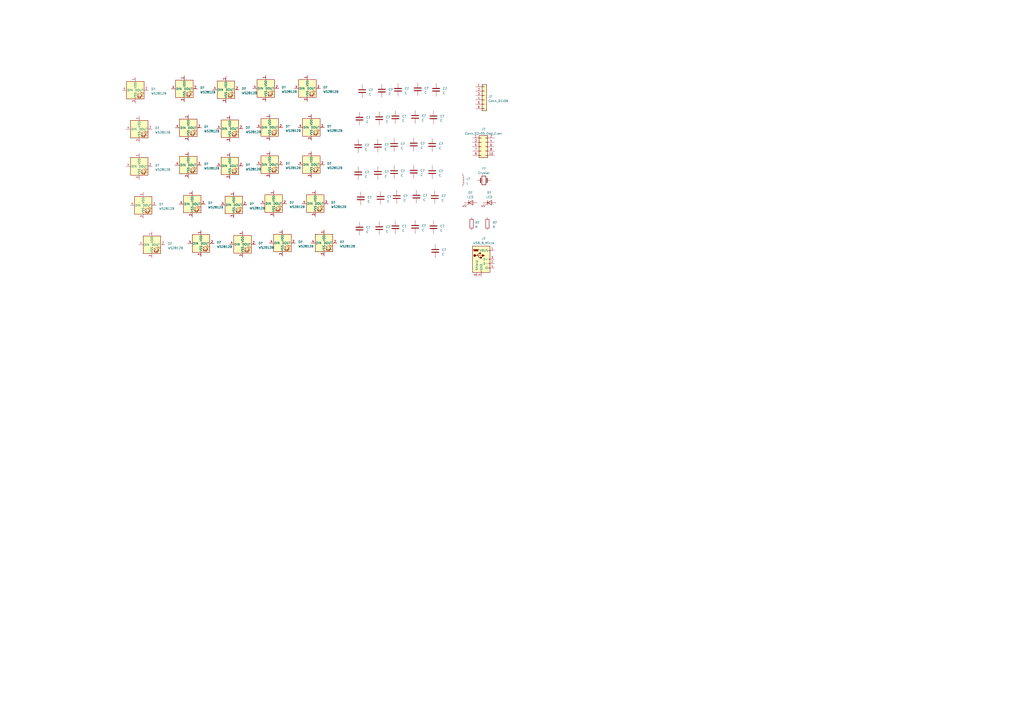
<source format=kicad_sch>
(kicad_sch (version 20210406) (generator eeschema)
  (paper "A2")
  (lib_symbols
    (symbol "Connector:USB_B_Micro" (pin_names (offset 1.016))
      (property "Reference" "J" (at -5.08 11.43 0))
      (property "Value" "USB_B_Micro" (at -5.08 8.89 0))
      (symbol "USB_B_Micro_0_1"
        (circle (center -3.81 2.159) (radius 0.635) (stroke (width 0.254)) (fill (type outline)))
        (circle (center -0.635 3.429) (radius 0.381) (stroke (width 0.254)) (fill (type outline)))
        (rectangle (start -0.127 -7.62) (end 0.127 -6.858))
        (rectangle (start 5.08 -5.207) (end 4.318 -4.953))
        (rectangle (start 5.08 -2.667) (end 4.318 -2.413))
        (rectangle (start 5.08 -0.127) (end 4.318 0.127))
        (rectangle (start 5.08 4.953) (end 4.318 5.207))
        (rectangle (start 0.254 1.27) (end -0.508 0.508) (stroke (width 0.254)) (fill (type outline)))
        (rectangle (start -5.08 -7.62) (end 5.08 7.62) (stroke (width 0.254)) (fill (type background)))
        (polyline (pts (xy -1.905 2.159) (xy 0.635 2.159)) (stroke (width 0.254)))
        (polyline (pts (xy -3.175 2.159) (xy -2.54 2.159) (xy -1.27 3.429) (xy -0.635 3.429)) (stroke (width 0.254)))
        (polyline (pts (xy -2.54 2.159) (xy -1.905 2.159) (xy -1.27 0.889) (xy 0 0.889)) (stroke (width 0.254)))
        (polyline (pts (xy -4.699 5.842) (xy -4.699 5.588) (xy -4.445 4.826) (xy -4.445 4.572) (xy -1.651 4.572) (xy -1.651 4.826) (xy -1.397 5.588) (xy -1.397 5.842) (xy -4.699 5.842)))
        (polyline (pts (xy 0.635 2.794) (xy 0.635 1.524) (xy 1.905 2.159) (xy 0.635 2.794)) (stroke (width 0.254)) (fill (type outline)))
        (polyline (pts (xy -4.318 5.588) (xy -1.778 5.588) (xy -2.032 4.826) (xy -4.064 4.826) (xy -4.318 5.588)) (fill (type outline)))
      )
      (symbol "USB_B_Micro_1_1"
        (pin power_out line (at 7.62 5.08 180) (length 2.54) (name "VBUS") (number "1"))
        (pin bidirectional line (at 7.62 -2.54 180) (length 2.54) (name "D-") (number "2"))
        (pin bidirectional line (at 7.62 0 180) (length 2.54) (name "D+") (number "3"))
        (pin passive line (at 7.62 -5.08 180) (length 2.54) (name "ID") (number "4"))
        (pin power_out line (at 0 -10.16 90) (length 2.54) (name "GND") (number "5"))
        (pin passive line (at -2.54 -10.16 90) (length 2.54) (name "Shield") (number "6"))
      )
    )
    (symbol "Connector_Generic:Conn_01x06" (pin_names (offset 1.016) hide)
      (property "Reference" "J" (at 0 7.62 0))
      (property "Value" "Conn_01x06" (at 0 -10.16 0))
      (symbol "Conn_01x06_1_1"
        (rectangle (start -1.27 -7.493) (end 0 -7.747) (stroke (width 0.1524)))
        (rectangle (start -1.27 -4.953) (end 0 -5.207) (stroke (width 0.1524)))
        (rectangle (start -1.27 -2.413) (end 0 -2.667) (stroke (width 0.1524)))
        (rectangle (start -1.27 0.127) (end 0 -0.127) (stroke (width 0.1524)))
        (rectangle (start -1.27 2.667) (end 0 2.413) (stroke (width 0.1524)))
        (rectangle (start -1.27 5.207) (end 0 4.953) (stroke (width 0.1524)))
        (rectangle (start -1.27 6.35) (end 1.27 -8.89) (stroke (width 0.254)) (fill (type background)))
        (pin passive line (at -5.08 5.08 0) (length 3.81) (name "Pin_1") (number "1"))
        (pin passive line (at -5.08 2.54 0) (length 3.81) (name "Pin_2") (number "2"))
        (pin passive line (at -5.08 0 0) (length 3.81) (name "Pin_3") (number "3"))
        (pin passive line (at -5.08 -2.54 0) (length 3.81) (name "Pin_4") (number "4"))
        (pin passive line (at -5.08 -5.08 0) (length 3.81) (name "Pin_5") (number "5"))
        (pin passive line (at -5.08 -7.62 0) (length 3.81) (name "Pin_6") (number "6"))
      )
    )
    (symbol "Connector_Generic:Conn_02x05_Odd_Even" (pin_names (offset 1.016) hide)
      (property "Reference" "J" (at 1.27 7.62 0))
      (property "Value" "Conn_02x05_Odd_Even" (at 1.27 -7.62 0))
      (symbol "Conn_02x05_Odd_Even_1_1"
        (rectangle (start -1.27 -4.953) (end 0 -5.207) (stroke (width 0.1524)))
        (rectangle (start -1.27 -2.413) (end 0 -2.667) (stroke (width 0.1524)))
        (rectangle (start -1.27 0.127) (end 0 -0.127) (stroke (width 0.1524)))
        (rectangle (start -1.27 2.667) (end 0 2.413) (stroke (width 0.1524)))
        (rectangle (start -1.27 5.207) (end 0 4.953) (stroke (width 0.1524)))
        (rectangle (start 3.81 -4.953) (end 2.54 -5.207) (stroke (width 0.1524)))
        (rectangle (start 3.81 -2.413) (end 2.54 -2.667) (stroke (width 0.1524)))
        (rectangle (start 3.81 0.127) (end 2.54 -0.127) (stroke (width 0.1524)))
        (rectangle (start 3.81 2.667) (end 2.54 2.413) (stroke (width 0.1524)))
        (rectangle (start 3.81 5.207) (end 2.54 4.953) (stroke (width 0.1524)))
        (rectangle (start -1.27 6.35) (end 3.81 -6.35) (stroke (width 0.254)) (fill (type background)))
        (pin passive line (at -5.08 5.08 0) (length 3.81) (name "Pin_1") (number "1"))
        (pin passive line (at 7.62 -5.08 180) (length 3.81) (name "Pin_10") (number "10"))
        (pin passive line (at 7.62 5.08 180) (length 3.81) (name "Pin_2") (number "2"))
        (pin passive line (at -5.08 2.54 0) (length 3.81) (name "Pin_3") (number "3"))
        (pin passive line (at 7.62 2.54 180) (length 3.81) (name "Pin_4") (number "4"))
        (pin passive line (at -5.08 0 0) (length 3.81) (name "Pin_5") (number "5"))
        (pin passive line (at 7.62 0 180) (length 3.81) (name "Pin_6") (number "6"))
        (pin passive line (at -5.08 -2.54 0) (length 3.81) (name "Pin_7") (number "7"))
        (pin passive line (at 7.62 -2.54 180) (length 3.81) (name "Pin_8") (number "8"))
        (pin passive line (at -5.08 -5.08 0) (length 3.81) (name "Pin_9") (number "9"))
      )
    )
    (symbol "Device:C" (pin_numbers hide) (pin_names (offset 0.254))
      (property "Reference" "C" (at 0.635 2.54 0))
      (property "Value" "C" (at 0.635 -2.54 0))
      (symbol "C_0_1"
        (polyline (pts (xy -2.032 -0.762) (xy 2.032 -0.762)) (stroke (width 0.508)))
        (polyline (pts (xy -2.032 0.762) (xy 2.032 0.762)) (stroke (width 0.508)))
      )
      (symbol "C_1_1"
        (pin passive line (at 0 3.81 270) (length 2.794) (name "~") (number "1"))
        (pin passive line (at 0 -3.81 90) (length 2.794) (name "~") (number "2"))
      )
    )
    (symbol "Device:Crystal" (pin_numbers hide) (pin_names (offset 1.016) hide)
      (property "Reference" "Y" (at 0 3.81 0))
      (property "Value" "Crystal" (at 0 -3.81 0))
      (symbol "Crystal_0_1"
        (rectangle (start -1.143 2.54) (end 1.143 -2.54) (stroke (width 0.3048)))
        (polyline (pts (xy -2.54 0) (xy -1.905 0)))
        (polyline (pts (xy -1.905 -1.27) (xy -1.905 1.27)) (stroke (width 0.508)))
        (polyline (pts (xy 1.905 -1.27) (xy 1.905 1.27)) (stroke (width 0.508)))
        (polyline (pts (xy 2.54 0) (xy 1.905 0)))
      )
      (symbol "Crystal_1_1"
        (pin passive line (at -3.81 0 0) (length 1.27) (name "1") (number "1"))
        (pin passive line (at 3.81 0 180) (length 1.27) (name "2") (number "2"))
      )
    )
    (symbol "Device:L" (pin_numbers hide) (pin_names (offset 1.016) hide)
      (property "Reference" "L" (at -1.27 0 90))
      (property "Value" "L" (at 1.905 0 90))
      (symbol "L_0_1"
        (arc (start 0 -2.54) (end 0 -1.27) (radius (at 0 -1.905) (length 0.635) (angles -89.9 89.9)))
        (arc (start 0 -1.27) (end 0 0) (radius (at 0 -0.635) (length 0.635) (angles -89.9 89.9)))
        (arc (start 0 0) (end 0 1.27) (radius (at 0 0.635) (length 0.635) (angles -89.9 89.9)))
        (arc (start 0 1.27) (end 0 2.54) (radius (at 0 1.905) (length 0.635) (angles -89.9 89.9)))
      )
      (symbol "L_1_1"
        (pin passive line (at 0 3.81 270) (length 1.27) (name "1") (number "1"))
        (pin passive line (at 0 -3.81 90) (length 1.27) (name "2") (number "2"))
      )
    )
    (symbol "Device:LED" (pin_numbers hide) (pin_names (offset 1.016) hide)
      (property "Reference" "D" (at 0 2.54 0))
      (property "Value" "LED" (at 0 -2.54 0))
      (symbol "LED_0_1"
        (polyline (pts (xy -1.27 -1.27) (xy -1.27 1.27)) (stroke (width 0.254)))
        (polyline (pts (xy -1.27 0) (xy 1.27 0)))
        (polyline (pts (xy 1.27 -1.27) (xy 1.27 1.27) (xy -1.27 0) (xy 1.27 -1.27)) (stroke (width 0.254)))
        (polyline (pts (xy -3.048 -0.762) (xy -4.572 -2.286) (xy -3.81 -2.286) (xy -4.572 -2.286) (xy -4.572 -1.524)))
        (polyline (pts (xy -1.778 -0.762) (xy -3.302 -2.286) (xy -2.54 -2.286) (xy -3.302 -2.286) (xy -3.302 -1.524)))
      )
      (symbol "LED_1_1"
        (pin passive line (at -3.81 0 0) (length 2.54) (name "K") (number "1"))
        (pin passive line (at 3.81 0 180) (length 2.54) (name "A") (number "2"))
      )
    )
    (symbol "Device:R" (pin_numbers hide) (pin_names (offset 0))
      (property "Reference" "R" (at 2.032 0 90))
      (property "Value" "R" (at 0 0 90))
      (symbol "R_0_1"
        (rectangle (start -1.016 -2.54) (end 1.016 2.54) (stroke (width 0.254)))
      )
      (symbol "R_1_1"
        (pin passive line (at 0 3.81 270) (length 1.27) (name "~") (number "1"))
        (pin passive line (at 0 -3.81 90) (length 1.27) (name "~") (number "2"))
      )
    )
    (symbol "LED:WS2812B" (pin_names (offset 0.254))
      (property "Reference" "D" (at 5.08 5.715 0))
      (property "Value" "WS2812B" (at 1.27 -5.715 0))
      (symbol "WS2812B_0_0"
        (text "RGB" (at 2.286 -4.191 0) (effects (font (size 0.762 0.762))))
      )
      (symbol "WS2812B_0_1"
        (rectangle (start 5.08 5.08) (end -5.08 -5.08) (stroke (width 0.254)) (fill (type background)))
        (polyline (pts (xy 1.27 -3.556) (xy 1.778 -3.556)))
        (polyline (pts (xy 1.27 -2.54) (xy 1.778 -2.54)))
        (polyline (pts (xy 4.699 -3.556) (xy 2.667 -3.556)))
        (polyline (pts (xy 2.286 -2.54) (xy 1.27 -3.556) (xy 1.27 -3.048)))
        (polyline (pts (xy 2.286 -1.524) (xy 1.27 -2.54) (xy 1.27 -2.032)))
        (polyline (pts (xy 3.683 -1.016) (xy 3.683 -3.556) (xy 3.683 -4.064)))
        (polyline (pts (xy 4.699 -1.524) (xy 2.667 -1.524) (xy 3.683 -3.556) (xy 4.699 -1.524)))
      )
      (symbol "WS2812B_1_1"
        (pin power_in line (at 0 7.62 270) (length 2.54) (name "VDD") (number "1"))
        (pin output line (at 7.62 0 180) (length 2.54) (name "DOUT") (number "2"))
        (pin power_in line (at 0 -7.62 90) (length 2.54) (name "VSS") (number "3"))
        (pin input line (at -7.62 0 0) (length 2.54) (name "DIN") (number "4"))
      )
    )
  )
  (symbol (lib_id "Device:L") (at 268.478 104.394 0) (unit 1)
    (property "Reference" "L?" (at 270.51 103.7589 0) (effects (justify left)))
    (property "Value" "L" (at 270.51 106.2989 0) (effects (justify left)))
  )
  (symbol (lib_id "Device:R") (at 273.558 129.794 0) (unit 1)
    (property "Reference" "R?" (at 275.59 129.1589 0) (effects (justify left)))
    (property "Value" "R" (at 275.59 131.6989 0) (effects (justify left)))
  )
  (symbol (lib_id "Device:R") (at 282.702 129.794 0) (unit 1)
    (property "Reference" "R?" (at 285.75 129.1589 0) (effects (justify left)))
    (property "Value" "R" (at 285.75 131.6989 0) (effects (justify left)))
  )
  (symbol (lib_id "Device:LED") (at 273.05 117.602 0) (unit 1)
    (property "Reference" "D?" (at 272.8595 111.76 0))
    (property "Value" "LED" (at 272.8595 114.3 0))
  )
  (symbol (lib_id "Device:LED") (at 283.972 117.602 0) (unit 1)
    (property "Reference" "D?" (at 283.7815 111.76 0))
    (property "Value" "LED" (at 283.7815 114.3 0))
  )
  (symbol (lib_id "Device:C") (at 207.772 84.836 0) (unit 1)
    (property "Reference" "C?" (at 211.582 84.2009 0) (effects (justify left)))
    (property "Value" "C" (at 211.582 86.7409 0) (effects (justify left)))
  )
  (symbol (lib_id "Device:C") (at 207.772 100.584 0) (unit 1)
    (property "Reference" "C?" (at 211.582 99.9489 0) (effects (justify left)))
    (property "Value" "C" (at 211.582 102.4889 0) (effects (justify left)))
  )
  (symbol (lib_id "Device:C") (at 208.534 68.834 0) (unit 1)
    (property "Reference" "C?" (at 212.344 68.1989 0) (effects (justify left)))
    (property "Value" "C" (at 212.344 70.7389 0) (effects (justify left)))
  )
  (symbol (lib_id "Device:C") (at 208.534 132.588 0) (unit 1)
    (property "Reference" "C?" (at 212.344 131.9529 0) (effects (justify left)))
    (property "Value" "C" (at 212.344 134.4929 0) (effects (justify left)))
  )
  (symbol (lib_id "Device:C") (at 209.296 115.062 0) (unit 1)
    (property "Reference" "C?" (at 213.106 114.4269 0) (effects (justify left)))
    (property "Value" "C" (at 213.106 116.9669 0) (effects (justify left)))
  )
  (symbol (lib_id "Device:C") (at 210.058 52.832 0) (unit 1)
    (property "Reference" "C?" (at 213.868 52.1969 0) (effects (justify left)))
    (property "Value" "C" (at 213.868 54.7369 0) (effects (justify left)))
  )
  (symbol (lib_id "Device:C") (at 219.202 84.582 0) (unit 1)
    (property "Reference" "C?" (at 223.012 83.9469 0) (effects (justify left)))
    (property "Value" "C" (at 223.012 86.4869 0) (effects (justify left)))
  )
  (symbol (lib_id "Device:C") (at 219.202 100.33 0) (unit 1)
    (property "Reference" "C?" (at 223.012 99.6949 0) (effects (justify left)))
    (property "Value" "C" (at 223.012 102.2349 0) (effects (justify left)))
  )
  (symbol (lib_id "Device:C") (at 219.964 68.58 0) (unit 1)
    (property "Reference" "C?" (at 223.774 67.9449 0) (effects (justify left)))
    (property "Value" "C" (at 223.774 70.4849 0) (effects (justify left)))
  )
  (symbol (lib_id "Device:C") (at 219.964 132.334 0) (unit 1)
    (property "Reference" "C?" (at 223.774 131.6989 0) (effects (justify left)))
    (property "Value" "C" (at 223.774 134.2389 0) (effects (justify left)))
  )
  (symbol (lib_id "Device:C") (at 220.726 114.808 0) (unit 1)
    (property "Reference" "C?" (at 224.536 114.1729 0) (effects (justify left)))
    (property "Value" "C" (at 224.536 116.7129 0) (effects (justify left)))
  )
  (symbol (lib_id "Device:C") (at 221.488 52.578 0) (unit 1)
    (property "Reference" "C?" (at 225.298 51.9429 0) (effects (justify left)))
    (property "Value" "C" (at 225.298 54.4829 0) (effects (justify left)))
  )
  (symbol (lib_id "Device:C") (at 228.6 84.074 0) (unit 1)
    (property "Reference" "C?" (at 232.41 83.4389 0) (effects (justify left)))
    (property "Value" "C" (at 232.41 85.9789 0) (effects (justify left)))
  )
  (symbol (lib_id "Device:C") (at 228.6 99.822 0) (unit 1)
    (property "Reference" "C?" (at 232.41 99.1869 0) (effects (justify left)))
    (property "Value" "C" (at 232.41 101.7269 0) (effects (justify left)))
  )
  (symbol (lib_id "Device:C") (at 229.362 68.072 0) (unit 1)
    (property "Reference" "C?" (at 233.172 67.4369 0) (effects (justify left)))
    (property "Value" "C" (at 233.172 69.9769 0) (effects (justify left)))
  )
  (symbol (lib_id "Device:C") (at 229.362 131.826 0) (unit 1)
    (property "Reference" "C?" (at 233.172 131.1909 0) (effects (justify left)))
    (property "Value" "C" (at 233.172 133.7309 0) (effects (justify left)))
  )
  (symbol (lib_id "Device:C") (at 230.124 114.3 0) (unit 1)
    (property "Reference" "C?" (at 233.934 113.6649 0) (effects (justify left)))
    (property "Value" "C" (at 233.934 116.2049 0) (effects (justify left)))
  )
  (symbol (lib_id "Device:C") (at 230.886 52.07 0) (unit 1)
    (property "Reference" "C?" (at 234.696 51.4349 0) (effects (justify left)))
    (property "Value" "C" (at 234.696 53.9749 0) (effects (justify left)))
  )
  (symbol (lib_id "Device:C") (at 240.03 83.82 0) (unit 1)
    (property "Reference" "C?" (at 243.84 83.1849 0) (effects (justify left)))
    (property "Value" "C" (at 243.84 85.7249 0) (effects (justify left)))
  )
  (symbol (lib_id "Device:C") (at 240.03 99.568 0) (unit 1)
    (property "Reference" "C?" (at 243.84 98.9329 0) (effects (justify left)))
    (property "Value" "C" (at 243.84 101.4729 0) (effects (justify left)))
  )
  (symbol (lib_id "Device:C") (at 240.792 67.818 0) (unit 1)
    (property "Reference" "C?" (at 244.602 67.1829 0) (effects (justify left)))
    (property "Value" "C" (at 244.602 69.7229 0) (effects (justify left)))
  )
  (symbol (lib_id "Device:C") (at 240.792 131.572 0) (unit 1)
    (property "Reference" "C?" (at 244.602 130.9369 0) (effects (justify left)))
    (property "Value" "C" (at 244.602 133.4769 0) (effects (justify left)))
  )
  (symbol (lib_id "Device:C") (at 241.554 114.046 0) (unit 1)
    (property "Reference" "C?" (at 245.364 113.4109 0) (effects (justify left)))
    (property "Value" "C" (at 245.364 115.9509 0) (effects (justify left)))
  )
  (symbol (lib_id "Device:C") (at 242.316 51.816 0) (unit 1)
    (property "Reference" "C?" (at 246.126 51.1809 0) (effects (justify left)))
    (property "Value" "C" (at 246.126 53.7209 0) (effects (justify left)))
  )
  (symbol (lib_id "Device:C") (at 250.698 84.074 0) (unit 1)
    (property "Reference" "C?" (at 254.508 83.4389 0) (effects (justify left)))
    (property "Value" "C" (at 254.508 85.9789 0) (effects (justify left)))
  )
  (symbol (lib_id "Device:C") (at 250.698 99.822 0) (unit 1)
    (property "Reference" "C?" (at 254.508 99.1869 0) (effects (justify left)))
    (property "Value" "C" (at 254.508 101.7269 0) (effects (justify left)))
  )
  (symbol (lib_id "Device:C") (at 251.46 68.072 0) (unit 1)
    (property "Reference" "C?" (at 255.27 67.4369 0) (effects (justify left)))
    (property "Value" "C" (at 255.27 69.9769 0) (effects (justify left)))
  )
  (symbol (lib_id "Device:C") (at 251.46 131.826 0) (unit 1)
    (property "Reference" "C?" (at 255.27 131.1909 0) (effects (justify left)))
    (property "Value" "C" (at 255.27 133.7309 0) (effects (justify left)))
  )
  (symbol (lib_id "Device:C") (at 252.222 114.3 0) (unit 1)
    (property "Reference" "C?" (at 256.032 113.6649 0) (effects (justify left)))
    (property "Value" "C" (at 256.032 116.2049 0) (effects (justify left)))
  )
  (symbol (lib_id "Device:C") (at 252.476 145.542 0) (unit 1)
    (property "Reference" "C?" (at 256.286 144.9069 0) (effects (justify left)))
    (property "Value" "C" (at 256.286 147.4469 0) (effects (justify left)))
  )
  (symbol (lib_id "Device:C") (at 252.984 52.07 0) (unit 1)
    (property "Reference" "C?" (at 256.794 51.4349 0) (effects (justify left)))
    (property "Value" "C" (at 256.794 53.9749 0) (effects (justify left)))
  )
  (symbol (lib_id "Device:Crystal") (at 280.67 104.648 0) (unit 1)
    (property "Reference" "Y?" (at 280.67 97.79 0))
    (property "Value" "Crystal" (at 280.67 100.33 0))
  )
  (symbol (lib_id "Connector_Generic:Conn_01x06") (at 280.924 55.372 0) (unit 1)
    (property "Reference" "J?" (at 283.21 56.0069 0) (effects (justify left)))
    (property "Value" "Conn_01x06" (at 283.21 58.5469 0) (effects (justify left)))
  )
  (symbol (lib_id "Connector_Generic:Conn_02x05_Odd_Even") (at 279.146 85.09 0) (unit 1)
    (property "Reference" "J?" (at 280.416 74.93 0))
    (property "Value" "Conn_02x05_Odd_Even" (at 280.416 77.47 0))
  )
  (symbol (lib_id "Connector:USB_B_Micro") (at 279.146 150.368 0) (unit 1)
    (property "Reference" "J?" (at 280.543 138.43 0))
    (property "Value" "USB_B_Micro" (at 280.543 140.97 0))
  )
  (symbol (lib_id "LED:WS2812B") (at 78.486 52.324 0) (unit 1)
    (property "Reference" "D?" (at 87.63 51.6889 0) (effects (justify left)))
    (property "Value" "WS2812B" (at 87.63 54.2289 0) (effects (justify left)))
    (property "Footprint" "LED_SMD:LED_WS2812B_PLCC4_5.0x5.0mm_P3.2mm" (effects hide))
    (property "Datasheet" "https://cdn-shop.adafruit.com/datasheets/WS2812B.pdf" (effects hide))
  )
  (symbol (lib_id "LED:WS2812B") (at 80.772 74.93 0) (unit 1)
    (property "Reference" "D?" (at 89.916 74.2949 0) (effects (justify left)))
    (property "Value" "WS2812B" (at 89.916 76.8349 0) (effects (justify left)))
    (property "Footprint" "LED_SMD:LED_WS2812B_PLCC4_5.0x5.0mm_P3.2mm" (effects hide))
    (property "Datasheet" "https://cdn-shop.adafruit.com/datasheets/WS2812B.pdf" (effects hide))
  )
  (symbol (lib_id "LED:WS2812B") (at 80.772 96.52 0) (unit 1)
    (property "Reference" "D?" (at 89.916 95.8849 0) (effects (justify left)))
    (property "Value" "WS2812B" (at 89.916 98.4249 0) (effects (justify left)))
    (property "Footprint" "LED_SMD:LED_WS2812B_PLCC4_5.0x5.0mm_P3.2mm" (effects hide))
    (property "Datasheet" "https://cdn-shop.adafruit.com/datasheets/WS2812B.pdf" (effects hide))
  )
  (symbol (lib_id "LED:WS2812B") (at 83.058 119.126 0) (unit 1)
    (property "Reference" "D?" (at 92.202 118.4909 0) (effects (justify left)))
    (property "Value" "WS2812B" (at 92.202 121.0309 0) (effects (justify left)))
    (property "Footprint" "LED_SMD:LED_WS2812B_PLCC4_5.0x5.0mm_P3.2mm" (effects hide))
    (property "Datasheet" "https://cdn-shop.adafruit.com/datasheets/WS2812B.pdf" (effects hide))
  )
  (symbol (lib_id "LED:WS2812B") (at 88.138 141.986 0) (unit 1)
    (property "Reference" "D?" (at 97.282 141.3509 0) (effects (justify left)))
    (property "Value" "WS2812B" (at 97.282 143.8909 0) (effects (justify left)))
    (property "Footprint" "LED_SMD:LED_WS2812B_PLCC4_5.0x5.0mm_P3.2mm" (effects hide))
    (property "Datasheet" "https://cdn-shop.adafruit.com/datasheets/WS2812B.pdf" (effects hide))
  )
  (symbol (lib_id "LED:WS2812B") (at 106.934 51.562 0) (unit 1)
    (property "Reference" "D?" (at 116.078 50.9269 0) (effects (justify left)))
    (property "Value" "WS2812B" (at 116.078 53.4669 0) (effects (justify left)))
    (property "Footprint" "LED_SMD:LED_WS2812B_PLCC4_5.0x5.0mm_P3.2mm" (effects hide))
    (property "Datasheet" "https://cdn-shop.adafruit.com/datasheets/WS2812B.pdf" (effects hide))
  )
  (symbol (lib_id "LED:WS2812B") (at 109.22 74.168 0) (unit 1)
    (property "Reference" "D?" (at 118.364 73.5329 0) (effects (justify left)))
    (property "Value" "WS2812B" (at 118.364 76.0729 0) (effects (justify left)))
    (property "Footprint" "LED_SMD:LED_WS2812B_PLCC4_5.0x5.0mm_P3.2mm" (effects hide))
    (property "Datasheet" "https://cdn-shop.adafruit.com/datasheets/WS2812B.pdf" (effects hide))
  )
  (symbol (lib_id "LED:WS2812B") (at 109.22 95.758 0) (unit 1)
    (property "Reference" "D?" (at 118.364 95.1229 0) (effects (justify left)))
    (property "Value" "WS2812B" (at 118.364 97.6629 0) (effects (justify left)))
    (property "Footprint" "LED_SMD:LED_WS2812B_PLCC4_5.0x5.0mm_P3.2mm" (effects hide))
    (property "Datasheet" "https://cdn-shop.adafruit.com/datasheets/WS2812B.pdf" (effects hide))
  )
  (symbol (lib_id "LED:WS2812B") (at 111.506 118.364 0) (unit 1)
    (property "Reference" "D?" (at 120.65 117.7289 0) (effects (justify left)))
    (property "Value" "WS2812B" (at 120.65 120.2689 0) (effects (justify left)))
    (property "Footprint" "LED_SMD:LED_WS2812B_PLCC4_5.0x5.0mm_P3.2mm" (effects hide))
    (property "Datasheet" "https://cdn-shop.adafruit.com/datasheets/WS2812B.pdf" (effects hide))
  )
  (symbol (lib_id "LED:WS2812B") (at 116.586 141.224 0) (unit 1)
    (property "Reference" "D?" (at 125.73 140.5889 0) (effects (justify left)))
    (property "Value" "WS2812B" (at 125.73 143.1289 0) (effects (justify left)))
    (property "Footprint" "LED_SMD:LED_WS2812B_PLCC4_5.0x5.0mm_P3.2mm" (effects hide))
    (property "Datasheet" "https://cdn-shop.adafruit.com/datasheets/WS2812B.pdf" (effects hide))
  )
  (symbol (lib_id "LED:WS2812B") (at 131.064 52.07 0) (unit 1)
    (property "Reference" "D?" (at 140.208 51.4349 0) (effects (justify left)))
    (property "Value" "WS2812B" (at 140.208 53.9749 0) (effects (justify left)))
    (property "Footprint" "LED_SMD:LED_WS2812B_PLCC4_5.0x5.0mm_P3.2mm" (effects hide))
    (property "Datasheet" "https://cdn-shop.adafruit.com/datasheets/WS2812B.pdf" (effects hide))
  )
  (symbol (lib_id "LED:WS2812B") (at 133.35 74.676 0) (unit 1)
    (property "Reference" "D?" (at 142.494 74.0409 0) (effects (justify left)))
    (property "Value" "WS2812B" (at 142.494 76.5809 0) (effects (justify left)))
    (property "Footprint" "LED_SMD:LED_WS2812B_PLCC4_5.0x5.0mm_P3.2mm" (effects hide))
    (property "Datasheet" "https://cdn-shop.adafruit.com/datasheets/WS2812B.pdf" (effects hide))
  )
  (symbol (lib_id "LED:WS2812B") (at 133.35 96.266 0) (unit 1)
    (property "Reference" "D?" (at 142.494 95.6309 0) (effects (justify left)))
    (property "Value" "WS2812B" (at 142.494 98.1709 0) (effects (justify left)))
    (property "Footprint" "LED_SMD:LED_WS2812B_PLCC4_5.0x5.0mm_P3.2mm" (effects hide))
    (property "Datasheet" "https://cdn-shop.adafruit.com/datasheets/WS2812B.pdf" (effects hide))
  )
  (symbol (lib_id "LED:WS2812B") (at 135.636 118.872 0) (unit 1)
    (property "Reference" "D?" (at 144.78 118.2369 0) (effects (justify left)))
    (property "Value" "WS2812B" (at 144.78 120.7769 0) (effects (justify left)))
    (property "Footprint" "LED_SMD:LED_WS2812B_PLCC4_5.0x5.0mm_P3.2mm" (effects hide))
    (property "Datasheet" "https://cdn-shop.adafruit.com/datasheets/WS2812B.pdf" (effects hide))
  )
  (symbol (lib_id "LED:WS2812B") (at 140.716 141.732 0) (unit 1)
    (property "Reference" "D?" (at 149.86 141.0969 0) (effects (justify left)))
    (property "Value" "WS2812B" (at 149.86 143.6369 0) (effects (justify left)))
    (property "Footprint" "LED_SMD:LED_WS2812B_PLCC4_5.0x5.0mm_P3.2mm" (effects hide))
    (property "Datasheet" "https://cdn-shop.adafruit.com/datasheets/WS2812B.pdf" (effects hide))
  )
  (symbol (lib_id "LED:WS2812B") (at 154.178 51.308 0) (unit 1)
    (property "Reference" "D?" (at 163.322 50.6729 0) (effects (justify left)))
    (property "Value" "WS2812B" (at 163.322 53.2129 0) (effects (justify left)))
    (property "Footprint" "LED_SMD:LED_WS2812B_PLCC4_5.0x5.0mm_P3.2mm" (effects hide))
    (property "Datasheet" "https://cdn-shop.adafruit.com/datasheets/WS2812B.pdf" (effects hide))
  )
  (symbol (lib_id "LED:WS2812B") (at 156.464 73.914 0) (unit 1)
    (property "Reference" "D?" (at 165.608 73.2789 0) (effects (justify left)))
    (property "Value" "WS2812B" (at 165.608 75.8189 0) (effects (justify left)))
    (property "Footprint" "LED_SMD:LED_WS2812B_PLCC4_5.0x5.0mm_P3.2mm" (effects hide))
    (property "Datasheet" "https://cdn-shop.adafruit.com/datasheets/WS2812B.pdf" (effects hide))
  )
  (symbol (lib_id "LED:WS2812B") (at 156.464 95.504 0) (unit 1)
    (property "Reference" "D?" (at 165.608 94.8689 0) (effects (justify left)))
    (property "Value" "WS2812B" (at 165.608 97.4089 0) (effects (justify left)))
    (property "Footprint" "LED_SMD:LED_WS2812B_PLCC4_5.0x5.0mm_P3.2mm" (effects hide))
    (property "Datasheet" "https://cdn-shop.adafruit.com/datasheets/WS2812B.pdf" (effects hide))
  )
  (symbol (lib_id "LED:WS2812B") (at 158.75 118.11 0) (unit 1)
    (property "Reference" "D?" (at 167.894 117.4749 0) (effects (justify left)))
    (property "Value" "WS2812B" (at 167.894 120.0149 0) (effects (justify left)))
    (property "Footprint" "LED_SMD:LED_WS2812B_PLCC4_5.0x5.0mm_P3.2mm" (effects hide))
    (property "Datasheet" "https://cdn-shop.adafruit.com/datasheets/WS2812B.pdf" (effects hide))
  )
  (symbol (lib_id "LED:WS2812B") (at 163.83 140.97 0) (unit 1)
    (property "Reference" "D?" (at 172.974 140.3349 0) (effects (justify left)))
    (property "Value" "WS2812B" (at 172.974 142.8749 0) (effects (justify left)))
    (property "Footprint" "LED_SMD:LED_WS2812B_PLCC4_5.0x5.0mm_P3.2mm" (effects hide))
    (property "Datasheet" "https://cdn-shop.adafruit.com/datasheets/WS2812B.pdf" (effects hide))
  )
  (symbol (lib_id "LED:WS2812B") (at 178.308 51.308 0) (unit 1)
    (property "Reference" "D?" (at 187.452 50.6729 0) (effects (justify left)))
    (property "Value" "WS2812B" (at 187.452 53.2129 0) (effects (justify left)))
    (property "Footprint" "LED_SMD:LED_WS2812B_PLCC4_5.0x5.0mm_P3.2mm" (effects hide))
    (property "Datasheet" "https://cdn-shop.adafruit.com/datasheets/WS2812B.pdf" (effects hide))
  )
  (symbol (lib_id "LED:WS2812B") (at 180.594 73.914 0) (unit 1)
    (property "Reference" "D?" (at 189.738 73.2789 0) (effects (justify left)))
    (property "Value" "WS2812B" (at 189.738 75.8189 0) (effects (justify left)))
    (property "Footprint" "LED_SMD:LED_WS2812B_PLCC4_5.0x5.0mm_P3.2mm" (effects hide))
    (property "Datasheet" "https://cdn-shop.adafruit.com/datasheets/WS2812B.pdf" (effects hide))
  )
  (symbol (lib_id "LED:WS2812B") (at 180.594 95.504 0) (unit 1)
    (property "Reference" "D?" (at 189.738 94.8689 0) (effects (justify left)))
    (property "Value" "WS2812B" (at 189.738 97.4089 0) (effects (justify left)))
    (property "Footprint" "LED_SMD:LED_WS2812B_PLCC4_5.0x5.0mm_P3.2mm" (effects hide))
    (property "Datasheet" "https://cdn-shop.adafruit.com/datasheets/WS2812B.pdf" (effects hide))
  )
  (symbol (lib_id "LED:WS2812B") (at 182.88 118.11 0) (unit 1)
    (property "Reference" "D?" (at 192.024 117.4749 0) (effects (justify left)))
    (property "Value" "WS2812B" (at 192.024 120.0149 0) (effects (justify left)))
    (property "Footprint" "LED_SMD:LED_WS2812B_PLCC4_5.0x5.0mm_P3.2mm" (effects hide))
    (property "Datasheet" "https://cdn-shop.adafruit.com/datasheets/WS2812B.pdf" (effects hide))
  )
  (symbol (lib_id "LED:WS2812B") (at 187.96 140.97 0) (unit 1)
    (property "Reference" "D?" (at 197.104 140.3349 0) (effects (justify left)))
    (property "Value" "WS2812B" (at 197.104 142.8749 0) (effects (justify left)))
    (property "Footprint" "LED_SMD:LED_WS2812B_PLCC4_5.0x5.0mm_P3.2mm" (effects hide))
    (property "Datasheet" "https://cdn-shop.adafruit.com/datasheets/WS2812B.pdf" (effects hide))
  )
)
</source>
